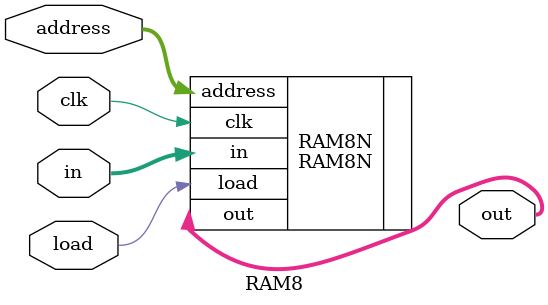
<source format=v>
module RAM8 (
  input wire clk, load,
  input wire [15:0] in,
  input wire [2:0] address,
  output wire [15:0] out
);

RAM8N #(.width(16)) RAM8N(
  .clk(clk),
  .load(load),
  .in(in),
  .address(address),
  .out(out)
);

endmodule

</source>
